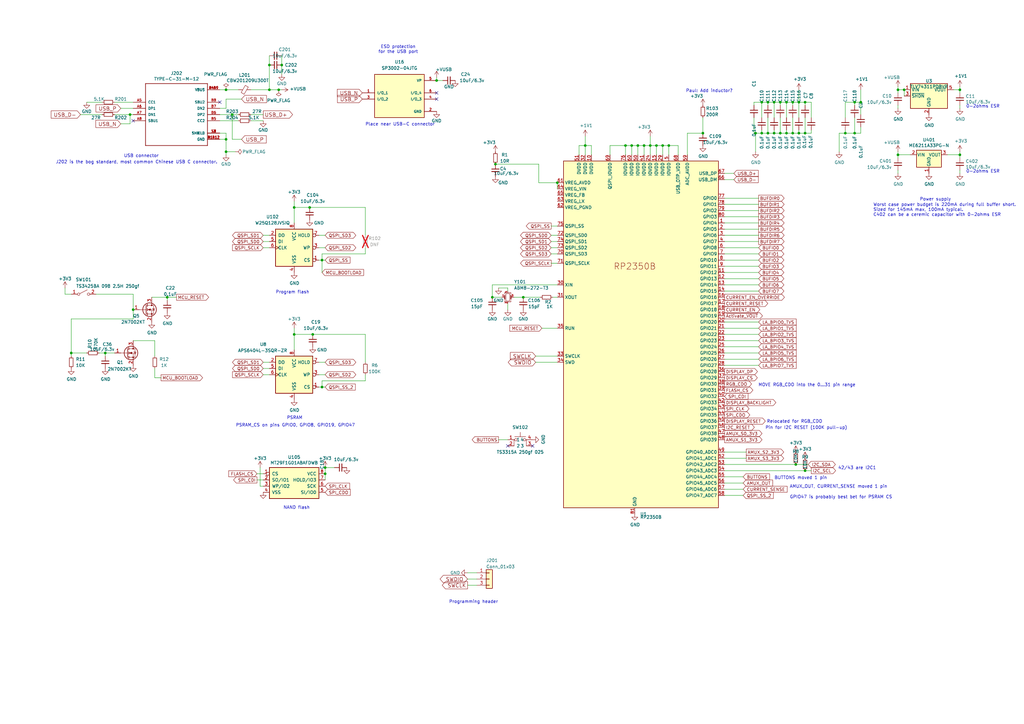
<source format=kicad_sch>
(kicad_sch (version 20231120) (generator "eeschema") (generator_version "8.0")
  (paper "A3")
  (junction (at 132.08 106.68))
  (junction (at 353.06 41.91))
  (junction (at 259.08 59.69))
  (junction (at 325.12 41.91))
  (junction (at 133.35 191.77))
  (junction (at 29.21 144.78))
  (junction (at 309.88 54.61))
  (junction (at 203.2 67.31))
  (junction (at 240.03 59.69))
  (junction (at 201.93 121.92))
  (junction (at 327.66 54.61))
  (junction (at 261.62 59.69))
  (junction (at 312.42 54.61))
  (junction (at 132.08 158.75))
  (junction (at 214.63 121.92))
  (junction (at 127 85.09))
  (junction (at 368.3 36.83))
  (junction (at 115.57 26.67))
  (junction (at 256.54 59.69))
  (junction (at 228.6 74.93))
  (junction (at 314.96 54.61))
  (junction (at 43.18 144.78))
  (junction (at 120.65 137.16))
  (junction (at 327.66 41.91))
  (junction (at 325.12 54.61))
  (junction (at 326.39 190.5))
  (junction (at 330.2 41.91))
  (junction (at 110.49 26.67))
  (junction (at 370.84 36.83))
  (junction (at 393.7 36.83))
  (junction (at 95.25 46.99))
  (junction (at 128.27 137.16))
  (junction (at 346.71 54.61))
  (junction (at 330.2 54.61))
  (junction (at 330.2 193.04))
  (junction (at 110.49 36.83))
  (junction (at 368.3 63.5))
  (junction (at 322.58 54.61))
  (junction (at 266.7 59.69))
  (junction (at 68.58 121.92))
  (junction (at 320.04 54.61))
  (junction (at 288.29 54.61))
  (junction (at 114.3 36.83))
  (junction (at 120.65 85.09))
  (junction (at 179.07 33.02))
  (junction (at 312.42 41.91))
  (junction (at 317.5 54.61))
  (junction (at 264.16 59.69))
  (junction (at 53.34 46.99))
  (junction (at 322.58 41.91))
  (junction (at 393.7 63.5))
  (junction (at 350.52 54.61))
  (junction (at 350.52 41.91))
  (junction (at 92.71 36.83))
  (junction (at 274.32 59.69))
  (junction (at 133.35 194.31))
  (junction (at 271.78 59.69))
  (junction (at 320.04 41.91))
  (junction (at 92.71 57.15))
  (junction (at 317.5 41.91))
  (junction (at 92.71 62.23))
  (junction (at 269.24 59.69))
  (junction (at 314.96 41.91))
  (junction (at 54.61 127))
  (no_connect (at 90.17 41.91))
  (no_connect (at 54.61 49.53))
  (no_connect (at 208.28 182.88))
  (no_connect (at 218.44 182.88))
  (no_connect (at 179.07 38.1))
  (no_connect (at 179.07 40.64))
  (wire (pts (xy 297.18 99.06) (xy 311.15 99.06)))
  (wire (pts (xy 271.78 59.69) (xy 274.32 59.69)))
  (wire (pts (xy 317.5 54.61) (xy 314.96 54.61)))
  (wire (pts (xy 29.21 146.05) (xy 29.21 144.78)))
  (wire (pts (xy 29.21 144.78) (xy 35.56 144.78)))
  (wire (pts (xy 228.6 99.06) (xy 226.06 99.06)))
  (wire (pts (xy 95.25 57.15) (xy 99.06 57.15)))
  (wire (pts (xy 40.64 144.78) (xy 43.18 144.78)))
  (wire (pts (xy 332.74 41.91) (xy 330.2 41.91)))
  (wire (pts (xy 29.21 120.65) (xy 26.67 120.65)))
  (wire (pts (xy 228.6 104.14) (xy 226.06 104.14)))
  (wire (pts (xy 281.94 54.61) (xy 281.94 63.5)))
  (wire (pts (xy 266.7 59.69) (xy 266.7 63.5)))
  (wire (pts (xy 219.71 148.59) (xy 228.6 148.59)))
  (wire (pts (xy 68.58 123.19) (xy 68.58 121.92)))
  (wire (pts (xy 191.77 240.03) (xy 195.58 240.03)))
  (wire (pts (xy 317.5 48.26) (xy 317.5 41.91)))
  (wire (pts (xy 90.17 57.15) (xy 92.71 57.15)))
  (wire (pts (xy 149.86 85.09) (xy 127 85.09)))
  (wire (pts (xy 309.245 54.61) (xy 309.88 54.61)))
  (wire (pts (xy 393.7 36.83) (xy 393.7 38.1)))
  (wire (pts (xy 102.87 49.53) (xy 107.95 49.53)))
  (wire (pts (xy 312.42 54.61) (xy 309.88 54.61)))
  (wire (pts (xy 92.71 62.23) (xy 92.71 63.5)))
  (wire (pts (xy 115.57 26.67) (xy 115.57 30.48)))
  (wire (pts (xy 149.86 104.14) (xy 149.86 101.6)))
  (wire (pts (xy 228.6 146.05) (xy 219.71 146.05)))
  (wire (pts (xy 393.7 35.56) (xy 393.7 36.83)))
  (wire (pts (xy 54.61 41.91) (xy 46.99 41.91)))
  (wire (pts (xy 132.08 106.68) (xy 130.81 106.68)))
  (wire (pts (xy 370.84 36.83) (xy 370.84 39.37)))
  (wire (pts (xy 306.07 187.96) (xy 297.18 187.96)))
  (wire (pts (xy 297.18 119.38) (xy 311.15 119.38)))
  (wire (pts (xy 327.66 54.61) (xy 330.2 54.61)))
  (wire (pts (xy 120.65 85.09) (xy 120.65 82.55)))
  (wire (pts (xy 92.71 54.61) (xy 92.71 57.15)))
  (wire (pts (xy 110.49 151.13) (xy 107.95 151.13)))
  (wire (pts (xy 221.615 121.92) (xy 214.63 121.92)))
  (wire (pts (xy 26.67 120.65) (xy 26.67 118.11)))
  (wire (pts (xy 120.65 143.51) (xy 120.65 137.16)))
  (wire (pts (xy 309.245 41.91) (xy 309.245 43.18)))
  (wire (pts (xy 54.61 44.45) (xy 49.53 44.45)))
  (wire (pts (xy 297.18 195.58) (xy 304.8 195.58)))
  (wire (pts (xy 311.15 81.28) (xy 297.18 81.28)))
  (wire (pts (xy 368.3 43.18) (xy 368.3 44.45)))
  (wire (pts (xy 204.47 180.34) (xy 208.28 180.34)))
  (wire (pts (xy 269.24 59.69) (xy 271.78 59.69)))
  (wire (pts (xy 99.06 40.64) (xy 92.71 40.64)))
  (wire (pts (xy 393.7 63.5) (xy 393.7 64.77)))
  (wire (pts (xy 312.42 41.91) (xy 309.245 41.91)))
  (wire (pts (xy 133.35 106.68) (xy 132.08 106.68)))
  (wire (pts (xy 29.21 130.81) (xy 54.61 130.81)))
  (wire (pts (xy 133.35 194.31) (xy 133.35 196.85)))
  (wire (pts (xy 320.04 48.26) (xy 320.04 54.61)))
  (wire (pts (xy 203.2 67.31) (xy 220.98 67.31)))
  (wire (pts (xy 240.03 55.88) (xy 240.03 59.69)))
  (wire (pts (xy 297.18 88.9) (xy 311.15 88.9)))
  (wire (pts (xy 330.2 48.26) (xy 330.2 54.61)))
  (wire (pts (xy 269.24 59.69) (xy 269.24 63.5)))
  (wire (pts (xy 133.35 148.59) (xy 130.81 148.59)))
  (wire (pts (xy 368.3 62.23) (xy 368.3 63.5)))
  (wire (pts (xy 311.15 147.32) (xy 297.18 147.32)))
  (wire (pts (xy 325.12 43.18) (xy 325.12 41.91)))
  (wire (pts (xy 110.49 99.06) (xy 107.95 99.06)))
  (wire (pts (xy 96.52 62.23) (xy 92.71 62.23)))
  (wire (pts (xy 228.6 74.93) (xy 228.6 77.47)))
  (wire (pts (xy 297.18 198.12) (xy 304.8 198.12)))
  (wire (pts (xy 41.91 41.91) (xy 35.56 41.91)))
  (wire (pts (xy 43.18 144.78) (xy 43.18 146.05)))
  (wire (pts (xy 29.21 144.78) (xy 29.21 130.81)))
  (wire (pts (xy 353.06 36.83) (xy 353.06 41.91)))
  (wire (pts (xy 110.49 153.67) (xy 107.95 153.67)))
  (wire (pts (xy 297.18 83.82) (xy 311.15 83.82)))
  (wire (pts (xy 205.74 121.92) (xy 201.93 121.92)))
  (wire (pts (xy 325.12 41.91) (xy 322.58 41.91)))
  (wire (pts (xy 288.29 48.26) (xy 288.29 54.61)))
  (wire (pts (xy 320.04 54.61) (xy 317.5 54.61)))
  (wire (pts (xy 39.37 120.65) (xy 54.61 120.65)))
  (wire (pts (xy 311.15 144.78) (xy 297.18 144.78)))
  (wire (pts (xy 327.66 41.91) (xy 327.66 36.83)))
  (wire (pts (xy 228.6 101.6) (xy 226.06 101.6)))
  (wire (pts (xy 107.95 199.39) (xy 106.68 199.39)))
  (wire (pts (xy 393.7 62.23) (xy 393.7 63.5)))
  (wire (pts (xy 300.99 71.12) (xy 297.18 71.12)))
  (wire (pts (xy 330.2 43.18) (xy 330.2 41.91)))
  (wire (pts (xy 346.71 41.91) (xy 350.52 41.91)))
  (wire (pts (xy 278.13 59.69) (xy 278.13 63.5)))
  (wire (pts (xy 191.77 237.49) (xy 195.58 237.49)))
  (wire (pts (xy 92.71 44.45) (xy 90.17 44.45)))
  (wire (pts (xy 132.08 156.21) (xy 149.86 156.21)))
  (wire (pts (xy 297.18 116.84) (xy 311.15 116.84)))
  (wire (pts (xy 92.71 40.64) (xy 92.71 44.45)))
  (wire (pts (xy 311.15 142.24) (xy 297.18 142.24)))
  (wire (pts (xy 266.7 59.69) (xy 269.24 59.69)))
  (wire (pts (xy 312.42 53.34) (xy 312.42 54.61)))
  (wire (pts (xy 132.08 158.75) (xy 132.08 156.21)))
  (wire (pts (xy 92.71 36.83) (xy 97.79 36.83)))
  (wire (pts (xy 228.6 116.84) (xy 201.93 116.84)))
  (wire (pts (xy 133.35 191.77) (xy 133.35 194.31)))
  (wire (pts (xy 120.65 91.44) (xy 120.65 85.09)))
  (wire (pts (xy 115.57 22.86) (xy 115.57 26.67)))
  (wire (pts (xy 314.96 54.61) (xy 312.42 54.61)))
  (wire (pts (xy 300.99 73.66) (xy 297.18 73.66)))
  (wire (pts (xy 120.65 137.16) (xy 128.27 137.16)))
  (wire (pts (xy 132.08 106.68) (xy 132.08 104.14)))
  (wire (pts (xy 110.49 36.83) (xy 114.3 36.83)))
  (wire (pts (xy 311.15 149.86) (xy 297.18 149.86)))
  (wire (pts (xy 320.04 41.91) (xy 317.5 41.91)))
  (wire (pts (xy 90.17 54.61) (xy 92.71 54.61)))
  (wire (pts (xy 314.96 41.91) (xy 312.42 41.91)))
  (wire (pts (xy 110.49 26.67) (xy 110.49 36.83)))
  (wire (pts (xy 391.16 36.83) (xy 393.7 36.83)))
  (wire (pts (xy 149.86 96.52) (xy 149.86 85.09)))
  (wire (pts (xy 353.06 41.91) (xy 353.06 46.99)))
  (wire (pts (xy 332.74 48.26) (xy 332.74 41.91)))
  (wire (pts (xy 54.61 120.65) (xy 54.61 127)))
  (wire (pts (xy 346.71 48.26) (xy 346.71 41.91)))
  (wire (pts (xy 311.15 96.52) (xy 297.18 96.52)))
  (wire (pts (xy 228.6 74.93) (xy 220.98 74.93)))
  (wire (pts (xy 149.86 137.16) (xy 128.27 137.16)))
  (wire (pts (xy 179.07 31.75) (xy 179.07 33.02)))
  (wire (pts (xy 97.79 46.99) (xy 95.25 46.99)))
  (wire (pts (xy 133.35 153.67) (xy 130.81 153.67)))
  (wire (pts (xy 228.6 92.71) (xy 226.06 92.71)))
  (wire (pts (xy 110.49 22.86) (xy 110.49 26.67)))
  (wire (pts (xy 330.2 41.91) (xy 327.66 41.91)))
  (wire (pts (xy 297.18 114.3) (xy 311.15 114.3)))
  (wire (pts (xy 350.52 54.61) (xy 353.06 54.61)))
  (wire (pts (xy 62.23 121.92) (xy 68.58 121.92)))
  (wire (pts (xy 314.96 48.26) (xy 314.96 54.61)))
  (wire (pts (xy 312.42 48.26) (xy 312.42 41.91)))
  (wire (pts (xy 322.58 53.34) (xy 322.58 54.61)))
  (wire (pts (xy 137.16 191.77) (xy 133.35 191.77)))
  (wire (pts (xy 368.3 38.1) (xy 368.3 36.83)))
  (wire (pts (xy 368.3 69.85) (xy 368.3 71.12)))
  (wire (pts (xy 68.58 121.92) (xy 72.39 121.92)))
  (wire (pts (xy 191.77 234.95) (xy 195.58 234.95)))
  (wire (pts (xy 327.66 53.34) (xy 327.66 54.61)))
  (wire (pts (xy 297.18 111.76) (xy 311.15 111.76)))
  (wire (pts (xy 102.87 36.83) (xy 110.49 36.83)))
  (wire (pts (xy 311.15 132.08) (xy 297.18 132.08)))
  (wire (pts (xy 220.98 74.93) (xy 220.98 67.31)))
  (wire (pts (xy 317.5 41.91) (xy 314.96 41.91)))
  (wire (pts (xy 331.47 190.5) (xy 326.39 190.5)))
  (wire (pts (xy 250.19 59.69) (xy 256.54 59.69)))
  (wire (pts (xy 297.18 185.42) (xy 306.07 185.42)))
  (wire (pts (xy 54.61 46.99) (xy 53.34 46.99)))
  (wire (pts (xy 304.8 200.66) (xy 297.18 200.66)))
  (wire (pts (xy 250.19 63.5) (xy 250.19 59.69)))
  (wire (pts (xy 327.66 54.61) (xy 325.12 54.61)))
  (wire (pts (xy 266.7 55.88) (xy 266.7 59.69)))
  (wire (pts (xy 132.08 104.14) (xy 149.86 104.14)))
  (wire (pts (xy 311.15 134.62) (xy 297.18 134.62)))
  (wire (pts (xy 222.25 134.62) (xy 228.6 134.62)))
  (wire (pts (xy 311.15 86.36) (xy 297.18 86.36)))
  (wire (pts (xy 110.49 96.52) (xy 107.95 96.52)))
  (wire (pts (xy 102.87 46.99) (xy 107.95 46.99)))
  (wire (pts (xy 314.96 43.18) (xy 314.96 41.91)))
  (wire (pts (xy 281.94 54.61) (xy 288.29 54.61)))
  (wire (pts (xy 311.15 137.16) (xy 297.18 137.16)))
  (wire (pts (xy 325.12 54.61) (xy 322.58 54.61)))
  (wire (pts (xy 264.16 59.69) (xy 264.16 63.5)))
  (wire (pts (xy 90.17 46.99) (xy 95.25 46.99)))
  (wire (pts (xy 297.18 104.14) (xy 311.15 104.14)))
  (wire (pts (xy 242.57 59.69) (xy 242.57 63.5)))
  (wire (pts (xy 370.84 36.83) (xy 368.3 36.83)))
  (wire (pts (xy 228.6 96.52) (xy 226.06 96.52)))
  (wire (pts (xy 350.52 48.26) (xy 350.52 54.61)))
  (wire (pts (xy 344.17 54.61) (xy 344.17 62.23)))
  (wire (pts (xy 63.5 154.94) (xy 66.04 154.94)))
  (wire (pts (xy 120.65 85.09) (xy 127 85.09)))
  (wire (pts (xy 53.34 50.8) (xy 53.34 46.99)))
  (wire (pts (xy 53.34 46.99) (xy 46.99 46.99)))
  (wire (pts (xy 107.95 194.31) (xy 105.41 194.31)))
  (wire (pts (xy 240.03 59.69) (xy 242.57 59.69)))
  (wire (pts (xy 110.49 148.59) (xy 107.95 148.59)))
  (wire (pts (xy 181.61 33.02) (xy 179.07 33.02)))
  (wire (pts (xy 297.18 193.04) (xy 330.2 193.04)))
  (wire (pts (xy 311.15 139.7) (xy 297.18 139.7)))
  (wire (pts (xy 322.58 54.61) (xy 320.04 54.61)))
  (wire (pts (xy 325.12 48.26) (xy 325.12 54.61)))
  (wire (pts (xy 311.15 101.6) (xy 297.18 101.6)))
  (wire (pts (xy 228.6 107.95) (xy 226.06 107.95)))
  (wire (pts (xy 317.5 53.34) (xy 317.5 54.61)))
  (wire (pts (xy 327.66 48.26) (xy 327.66 41.91)))
  (wire (pts (xy 330.2 193.04) (xy 332.74 193.04)))
  (wire (pts (xy 208.28 124.46) (xy 208.28 127)))
  (wire (pts (xy 350.52 41.91) (xy 350.52 43.18)))
  (wire (pts (xy 309.245 48.26) (xy 309.245 54.61)))
  (wire (pts (xy 41.91 46.99) (xy 33.02 46.99)))
  (wire (pts (xy 149.86 156.21) (xy 149.86 153.67)))
  (wire (pts (xy 149.86 148.59) (xy 149.86 137.16)))
  (wire (pts (xy 133.35 158.75) (xy 132.08 158.75)))
  (wire (pts (xy 261.62 59.69) (xy 264.16 59.69)))
  (wire (pts (xy 261.62 59.69) (xy 261.62 63.5)))
  (wire (pts (xy 368.3 64.77) (xy 368.3 63.5)))
  (wire (pts (xy 105.41 196.85) (xy 107.95 196.85)))
  (wire (pts (xy 346.71 53.34) (xy 346.71 54.61)))
  (wire (pts (xy 332.74 54.61) (xy 332.74 53.34)))
  (wire (pts (xy 322.58 41.91) (xy 320.04 41.91)))
  (wire (pts (xy 208.28 118.11) (xy 208.28 119.38)))
  (wire (pts (xy 43.18 144.78) (xy 46.99 144.78)))
  (wire (pts (xy 95.25 46.99) (xy 95.25 57.15)))
  (wire (pts (xy 322.58 48.26) (xy 322.58 41.91)))
  (wire (pts (xy 90.17 36.83) (xy 92.71 36.83)))
  (wire (pts (xy 271.78 63.5) (xy 271.78 59.69)))
  (wire (pts (xy 256.54 59.69) (xy 256.54 63.5)))
  (wire (pts (xy 311.15 91.44) (xy 297.18 91.44)))
  (wire (pts (xy 259.08 59.69) (xy 261.62 59.69)))
  (wire (pts (xy 133.35 96.52) (xy 130.81 96.52)))
  (wire (pts (xy 90.17 49.53) (xy 97.79 49.53)))
  (wire (pts (xy 368.3 35.56) (xy 368.3 36.83)))
  (wire (pts (xy 63.5 146.05) (xy 63.5 139.7)))
  (wire (pts (xy 297.18 93.98) (xy 311.15 93.98)))
  (wire (pts (xy 274.32 59.69) (xy 274.32 63.5)))
  (wire (pts (xy 54.61 127) (xy 54.61 130.81)))
  (wire (pts (xy 325.12 41.91) (xy 327.66 41.91)))
  (wire (pts (xy 201.93 116.84) (xy 201.93 121.92)))
  (wire (pts (xy 240.03 59.69) (xy 237.49 59.69)))
  (wire (pts (xy 353.06 52.07) (xy 353.06 54.61)))
  (wire (pts (xy 259.08 59.69) (xy 259.08 63.5)))
  (wire (pts (xy 120.65 137.16) (xy 120.65 134.62)))
  (wire (pts (xy 274.32 59.69) (xy 278.13 59.69)))
  (wire (pts (xy 346.71 54.61) (xy 350.52 54.61)))
  (wire (pts (xy 330.2 54.61) (xy 332.74 54.61)))
  (wire (pts (xy 133.35 101.6) (xy 130.81 101.6)))
  (wire (pts (xy 63.5 139.7) (xy 54.61 139.7)))
  (wire (pts (xy 132.08 106.68) (xy 132.08 111.76)))
  (wire (pts (xy 228.6 121.92) (xy 226.695 121.92)))
  (wire (pts (xy 204.47 118.11) (xy 208.28 118.11)))
  (wire (pts (xy 344.17 54.61) (xy 346.71 54.61)))
  (wire (pts (xy 92.71 57.15) (xy 92.71 62.23)))
  (wire (pts (xy 320.04 43.18) (xy 320.04 41.91)))
  (wire (pts (xy 114.3 36.83) (xy 115.57 36.83)))
  (wire (pts (xy 237.49 59.69) (xy 237.49 63.5)))
  (wire (pts (xy 393.7 43.18) (xy 393.7 44.45)))
  (wire (pts (xy 264.16 59.69) (xy 266.7 59.69)))
  (wire (pts (xy 210.82 121.92) (xy 214.63 121.92)))
  (wire (pts (xy 256.54 59.69) (xy 259.08 59.69)))
  (wire (pts (xy 304.8 203.2) (xy 297.18 203.2)))
  (wire (pts (xy 110.49 101.6) (xy 107.95 101.6)))
  (wire (pts (xy 311.15 106.68) (xy 297.18 106.68)))
  (wire (pts (xy 353.06 41.91) (xy 350.52 41.91)))
  (wire (pts (xy 388.62 63.5) (xy 393.7 63.5)))
  (wire (pts (xy 132.08 158.75) (xy 130.81 158.75)))
  (wire (pts (xy 393.7 69.85) (xy 393.7 71.12)))
  (wire (pts (xy 63.5 151.13) (xy 63.5 154.94)))
  (wire (pts (xy 49.53 50.8) (xy 53.34 50.8)))
  (wire (pts (xy 106.68 199.39) (xy 106.68 191.77)))
  (wire (pts (xy 326.39 190.5) (xy 297.18 190.5)))
  (wire (pts (xy 373.38 63.5) (xy 368.3 63.5)))
  (wire (pts (xy 297.18 109.22) (xy 311.15 109.22)))
  (wire (pts (xy 240.03 59.69) (xy 240.03 63.5)))
  (wire (pts (xy 309.88 54.61) (xy 309.88 62.23)))
  (text "42/43 are I2C1" (at 351.536 192.024 0) (effects (font (size 1.27 1.27))))
  (text "PSRAM\n" (at 117.602 172.212 0) (effects (font (size 1.27 1.27)) (justify left bottom)))
  (text "GPIO47 is probably best bet for PSRAM CS\n" (at 344.932 203.962 0) (effects (font (size 1.27 1.27))))
  (text "USB connector" (at 50.8 64.77 0) (effects (font (size 1.27 1.27)) (justify left bottom)))
  (text "NAND flash\n" (at 121.666 208.28 0) (effects (font (size 1.27 1.27))))
  (text "Pin for I2C RESET (100K pull-up)\n" (at 330.708 175.514 0) (effects (font (size 1.27 1.27))))
  (text "Place near USB-C connector" (at 164.084 51.054 0) (effects (font (size 1.27 1.27))))
  (text "Power supply" (at 377.19 82.55 0) (effects (font (size 1.27 1.27)) (justify left bottom)))
  (text "ESD protection\nfor the USB port" (at 163.322 20.32 0) (effects (font (size 1.27 1.27))))
  (text "AMUX_OUT, CURRENT_SENSE moved 1 pin" (at 343.916 199.644 0) (effects (font (size 1.27 1.27))))
  (text "MOVE RGB_CDO into the 0...31 pin range\n" (at 330.962 157.988 0) (effects (font (size 1.27 1.27))))
  (text "J202 is the bog standard, most common Chinese USB C connector." (at 22.86 67.31 0) (effects (font (size 1.27 1.27)) (justify left bottom)))
  (text "Program flash" (at 113.03 120.65 0) (effects (font (size 1.27 1.27)) (justify left bottom)))
  (text "Relocated for RGB_CDO" (at 325.882 172.974 0) (effects (font (size 1.27 1.27))))
  (text "Worst case power budget is 220mA during full buffer short.\nSized for 145mA max, 100mA typical.\nC402 can be a ceremic capacitor with 0-2ohms ESR" (at 358.14 88.9 0) (effects (font (size 1.27 1.27)) (justify left bottom)))
  (text "Paul: Add inductor?" (at 281.305 38.1 0) (effects (font (size 1.27 1.27)) (justify left bottom)))
  (text "PSRAM_CS on pins GPIO0, GPIO8, GPIO19, GPIO47" (at 121.158 174.498 0) (effects (font (size 1.27 1.27))))
  (text "Programming header" (at 184.15 247.65 0) (effects (font (size 1.27 1.27)) (justify left bottom)))
  (text "0-2ohms ESR\n" (at 396.24 71.12 0) (effects (font (size 1.27 1.27)) (justify left bottom)))
  (text "0-2ohms ESR\n" (at 396.24 44.45 0) (effects (font (size 1.27 1.27)) (justify left bottom)))
  (text "BUTTONS moved 1 pin\n" (at 328.422 196.088 0) (effects (font (size 1.27 1.27))))
  (global_label "BUFIO3" (shape bidirectional) (at 311.15 109.22 0) (property "Intersheetrefs" "${INTERSHEET_REFS}" (effects (hide yes))))
  (global_label "BUFDIR3" (shape output) (at 311.15 88.9 0) (property "Intersheetrefs" "${INTERSHEET_REFS}" (effects (hide yes))))
  (global_label "DISPLAY_RESET" (shape output) (at 297.18 172.72 0) (property "Intersheetrefs" "${INTERSHEET_REFS}" (effects (hide yes))))
  (global_label "BUFIO1" (shape bidirectional) (at 311.15 104.14 0) (property "Intersheetrefs" "${INTERSHEET_REFS}" (effects (hide yes))))
  (global_label "LA_BPIO4_TVS" (shape input) (at 311.15 142.24 0) (property "Intersheetrefs" "${INTERSHEET_REFS}" (effects (hide yes))))
  (global_label "QSPI_SD3" (shape bidirectional) (at 226.06 104.14 180) (property "Intersheetrefs" "${INTERSHEET_REFS}" (effects (hide yes))))
  (global_label "SWDIO" (shape bidirectional) (at 219.71 148.59 180) (effects (font (size 1.524 1.524))) (property "Intersheetrefs" "${INTERSHEET_REFS}" (effects (hide yes))))
  (global_label "QSPI_SCLK" (shape input) (at 107.95 101.6 180) (property "Intersheetrefs" "${INTERSHEET_REFS}" (effects (hide yes))))
  (global_label "SPI_CDO" (shape input) (at 133.35 201.93 0) (property "Intersheetrefs" "${INTERSHEET_REFS}" (effects (hide yes))))
  (global_label "QSPI_SS" (shape input) (at 133.35 106.68 0) (property "Intersheetrefs" "${INTERSHEET_REFS}" (effects (hide yes))))
  (global_label "AMUX_S1_3V3" (shape output) (at 297.18 180.34 0) (property "Intersheetrefs" "${INTERSHEET_REFS}" (effects (hide yes))))
  (global_label "SPI_CDI" (shape output) (at 105.41 196.85 180) (property "Intersheetrefs" "${INTERSHEET_REFS}" (effects (hide yes))))
  (global_label "FLASH_CS" (shape input) (at 105.41 194.31 180) (property "Intersheetrefs" "${INTERSHEET_REFS}" (effects (hide yes))))
  (global_label "RGB_CDO" (shape output) (at 297.18 157.48 0) (property "Intersheetrefs" "${INTERSHEET_REFS}" (effects (hide yes))))
  (global_label "I2C_SDA" (shape bidirectional) (at 331.47 190.5 0) (property "Intersheetrefs" "${INTERSHEET_REFS}" (effects (hide yes))))
  (global_label "AMUX_S0_3V3" (shape output) (at 297.18 177.8 0) (property "Intersheetrefs" "${INTERSHEET_REFS}" (effects (hide yes))))
  (global_label "MCU_RESET" (shape input) (at 222.25 134.62 180) (property "Intersheetrefs" "${INTERSHEET_REFS}" (effects (hide yes))))
  (global_label "USB_N" (shape input) (at 49.53 50.8 180) (effects (font (size 1.524 1.524))) (property "Intersheetrefs" "${INTERSHEET_REFS}" (effects (hide yes))))
  (global_label "USB_P" (shape input) (at 49.53 44.45 180) (effects (font (size 1.524 1.524))) (property "Intersheetrefs" "${INTERSHEET_REFS}" (effects (hide yes))))
  (global_label "LA_BPIO6_TVS" (shape input) (at 311.15 147.32 0) (property "Intersheetrefs" "${INTERSHEET_REFS}" (effects (hide yes))))
  (global_label "SWCLK" (shape output) (at 191.77 240.03 180) (effects (font (size 1.524 1.524))) (property "Intersheetrefs" "${INTERSHEET_REFS}" (effects (hide yes))))
  (global_label "~{Activate_VOUT}" (shape output) (at 297.18 129.54 0) (property "Intersheetrefs" "${INTERSHEET_REFS}" (effects (hide yes))))
  (global_label "QSPI_SD1" (shape bidirectional) (at 107.95 148.59 180) (property "Intersheetrefs" "${INTERSHEET_REFS}" (effects (hide yes))))
  (global_label "CURRENT_EN" (shape output) (at 297.18 127 0) (property "Intersheetrefs" "${INTERSHEET_REFS}" (effects (hide yes))))
  (global_label "CURRENT_SENSE" (shape input) (at 304.8 200.66 0) (property "Intersheetrefs" "${INTERSHEET_REFS}" (effects (hide yes))))
  (global_label "QSPI_SS_2" (shape input) (at 133.35 158.75 0) (property "Intersheetrefs" "${INTERSHEET_REFS}" (effects (hide yes))))
  (global_label "QSPI_SCLK" (shape output) (at 226.06 107.95 180) (property "Intersheetrefs" "${INTERSHEET_REFS}" (effects (hide yes))))
  (global_label "DISPLAY_BACKLIGHT" (shape output) (at 297.18 165.1 0) (property "Intersheetrefs" "${INTERSHEET_REFS}" (effects (hide yes))))
  (global_label "BUTTONS" (shape input) (at 304.8 195.58 0) (property "Intersheetrefs" "${INTERSHEET_REFS}" (effects (hide yes))))
  (global_label "CURRENT_EN_OVERRIDE" (shape output) (at 297.18 121.92 0) (property "Intersheetrefs" "${INTERSHEET_REFS}" (effects (hide yes))))
  (global_label "I2C_SCL" (shape output) (at 332.74 193.04 0) (property "Intersheetrefs" "${INTERSHEET_REFS}" (effects (hide yes))))
  (global_label "BUFDIR1" (shape output) (at 311.15 83.82 0) (property "Intersheetrefs" "${INTERSHEET_REFS}" (effects (hide yes))))
  (global_label "BUFIO7" (shape bidirectional) (at 311.15 119.38 0) (property "Intersheetrefs" "${INTERSHEET_REFS}" (effects (hide yes))))
  (global_label "LA_BPIO3_TVS" (shape input) (at 311.15 139.7 0) (property "Intersheetrefs" "${INTERSHEET_REFS}" (effects (hide yes))))
  (global_label "LA_BPIO2_TVS" (shape input) (at 311.15 137.16 0) (property "Intersheetrefs" "${INTERSHEET_REFS}" (effects (hide yes))))
  (global_label "QSPI_SD2" (shape bidirectional) (at 133.35 153.67 0) (property "Intersheetrefs" "${INTERSHEET_REFS}" (effects (hide yes))))
  (global_label "CURRENT_RESET" (shape output) (at 297.18 124.46 0) (property "Intersheetrefs" "${INTERSHEET_REFS}" (effects (hide yes))))
  (global_label "QSPI_SD3" (shape bidirectional) (at 133.35 148.59 0) (property "Intersheetrefs" "${INTERSHEET_REFS}" (effects (hide yes))))
  (global_label "AMUX_OUT" (shape input) (at 304.8 198.12 0) (property "Intersheetrefs" "${INTERSHEET_REFS}" (effects (hide yes))))
  (global_label "QSPI_SD2" (shape bidirectional) (at 133.35 101.6 0) (property "Intersheetrefs" "${INTERSHEET_REFS}" (effects (hide yes))))
  (global_label "BUFDIR0" (shape output) (at 311.15 81.28 0) (property "Intersheetrefs" "${INTERSHEET_REFS}" (effects (hide yes))))
  (global_label "USB_N" (shape input) (at 148.59 38.1 180) (effects (font (size 1.524 1.524))) (property "Intersheetrefs" "${INTERSHEET_REFS}" (effects (hide yes))))
  (global_label "SPI_CLK" (shape output) (at 297.18 167.64 0) (property "Intersheetrefs" "${INTERSHEET_REFS}" (effects (hide yes))))
  (global_label "MCU_RESET" (shape output) (at 72.39 121.92 0) (property "Intersheetrefs" "${INTERSHEET_REFS}" (effects (hide yes))))
  (global_label "BUFIO6" (shape bidirectional) (at 311.15 116.84 0) (property "Intersheetrefs" "${INTERSHEET_REFS}" (effects (hide yes))))
  (global_label "BUTTONS" (shape output) (at 204.47 180.34 180) (property "Intersheetrefs" "${INTERSHEET_REFS}" (effects (hide yes))))
  (global_label "QSPI_SS" (shape output) (at 226.06 92.71 180) (property "Intersheetrefs" "${INTERSHEET_REFS}" (effects (hide yes))))
  (global_label "SPI_CDI" (shape input) (at 297.18 162.56 0) (property "Intersheetrefs" "${INTERSHEET_REFS}" (effects (hide yes))))
  (global_label "SWCLK" (shape input) (at 219.71 146.05 180) (effects (font (size 1.524 1.524))) (property "Intersheetrefs" "${INTERSHEET_REFS}" (effects (hide yes))))
  (global_label "QSPI_SD1" (shape bidirectional) (at 107.95 96.52 180) (property "Intersheetrefs" "${INTERSHEET_REFS}" (effects (hide yes))))
  (global_label "LA_BPIO1_TVS" (shape input) (at 311.15 134.62 0) (property "Intersheetrefs" "${INTERSHEET_REFS}" (effects (hide yes))))
  (global_label "QSPI_SD0" (shape bidirectional) (at 107.95 151.13 180) (property "Intersheetrefs" "${INTERSHEET_REFS}" (effects (hide yes))))
  (global_label "DISPLAY_CS" (shape output) (at 297.18 154.94 0) (property "Intersheetrefs" "${INTERSHEET_REFS}" (effects (hide yes))))
  (global_label "USB_D-" (shape input) (at 33.02 46.99 180) (effects (font (size 1.524 1.524))) (property "Intersheetrefs" "${INTERSHEET_REFS}" (effects (hide yes))))
  (global_label "QSPI_SD2" (shape bidirectional) (at 226.06 101.6 180) (property "Intersheetrefs" "${INTERSHEET_REFS}" (effects (hide yes))))
  (global_label "LA_BPIO0_TVS" (shape input) (at 311.15 132.08 0) (property "Intersheetrefs" "${INTERSHEET_REFS}" (effects (hide yes))))
  (global_label "USB_D+" (shape input) (at 300.99 71.12 0) (property "Intersheetrefs" "${INTERSHEET_REFS}" (effects (hide yes))))
  (global_label "BUFDIR2" (shape output) (at 311.15 86.36 0) (property "Intersheetrefs" "${INTERSHEET_REFS}" (effects (hide yes))))
  (global_label "SPI_CLK" (shape input) (at 133.35 199.39 0) (property "Intersheetrefs" "${INTERSHEET_REFS}" (effects (hide yes))))
  (global_label "DISPLAY_DP" (shape output) (at 297.18 152.4 0) (property "Intersheetrefs" "${INTERSHEET_REFS}" (effects (hide yes))))
  (global_label "USB_P" (shape input) (at 148.59 40.64 180) (effects (font (size 1.524 1.524))) (property "Intersheetrefs" "${INTERSHEET_REFS}" (effects (hide yes))))
  (global_label "QSPI_SD1" (shape bidirectional) (at 226.06 99.06 180) (property "Intersheetrefs" "${INTERSHEET_REFS}" (effects (hide yes))))
  (global_label "LA_BPIO7_TVS" (shape input) (at 311.15 149.86 0) (property "Intersheetrefs" "${INTERSHEET_REFS}" (effects (hide yes))))
  (global_label "BUFDIR6" (shape output) (at 311.15 96.52 0) (property "Intersheetrefs" "${INTERSHEET_REFS}" (effects (hide yes))))
  (global_label "I2C_RESET" (shape output) (at 297.18 175.26 0) (property "Intersheetrefs" "${INTERSHEET_REFS}" (effects (hide yes))))
  (global_label "QSPI_SD0" (shape bidirectional) (at 226.06 96.52 180) (property "Intersheetrefs" "${INTERSHEET_REFS}" (effects (hide yes))))
  (global_label "MCU_BOOTLOAD" (shape output) (at 66.04 154.94 0) (property "Intersheetrefs" "${INTERSHEET_REFS}" (effects (hide yes))))
  (global_label "USB_P" (shape input) (at 99.06 57.15 0) (effects (font (size 1.524 1.524))) (property "Intersheetrefs" "${INTERSHEET_REFS}" (effects (hide yes))))
  (global_label "QSPI_SS_2" (shape input) (at 304.8 203.2 0) (property "Intersheetrefs" "${INTERSHEET_REFS}" (effects (hide yes))))
  (global_label "MCU_BOOTLOAD" (shape input) (at 132.08 111.76 0) (property "Intersheetrefs" "${INTERSHEET_REFS}" (effects (hide yes))))
  (global_label "USB_N" (shape input) (at 99.06 40.64 0) (effects (font (size 1.524 1.524))) (property "Intersheetrefs" "${INTERSHEET_REFS}" (effects (hide yes))))
  (global_label "QSPI_SCLK" (shape input) (at 107.95 153.67 180) (property "Intersheetrefs" "${INTERSHEET_REFS}" (effects (hide yes))))
  (global_label "BUFIO4" (shape bidirectional) (at 311.15 111.76 0) (property "Intersheetrefs" "${INTERSHEET_REFS}" (effects (hide yes))))
  (global_label "QSPI_SD3" (shape bidirectional) (at 133.35 96.52 0) (property "Intersheetrefs" "${INTERSHEET_REFS}" (effects (hide yes))))
  (global_label "LA_BPIO5_TVS" (shape input) (at 311.15 144.78 0) (property "Intersheetrefs" "${INTERSHEET_REFS}" (effects (hide yes))))
  (global_label "BUFIO0" (shape bidirectional) (at 311.15 101.6 0) (property "Intersheetrefs" "${INTERSHEET_REFS}" (effects (hide yes))))
  (global_label "SWDIO" (shape bidirectional) (at 191.77 237.49 180) (effects (font (size 1.524 1.524))) (property "Intersheetrefs" "${INTERSHEET_REFS}" (effects (hide yes))))
  (global_label "BUFDIR4" (shape output) (at 311.15 91.44 0) (property "Intersheetrefs" "${INTERSHEET_REFS}" (effects (hide yes))))
  (global_label "BUFDIR5" (shape output) (at 311.15 93.98 0) (property "Intersheetrefs" "${INTERSHEET_REFS}" (effects (hide yes))))
  (global_label "BUFDIR7" (shape output) (at 311.15 99.06 0) (property "Intersheetrefs" "${INTERSHEET_REFS}" (effects (hide yes))))
  (global_label "USB_D+" (shape output) (at 107.95 46.99 0) (effects (font (size 1.524 1.524))) (property "Intersheetrefs" "${INTERSHEET_REFS}" (effects (hide yes))))
  (global_label "BUFIO5" (shape bidirectional) (at 311.15 114.3 0) (property "Intersheetrefs" "${INTERSHEET_REFS}" (effects (hide yes))))
  (global_label "BUFIO2" (shape bidirectional) (at 311.15 106.68 0) (property "Intersheetrefs" "${INTERSHEET_REFS}" (effects (hide yes))))
  (global_label "QSPI_SD0" (shape bidirectional) (at 107.95 99.06 180) (property "Intersheetrefs" "${INTERSHEET_REFS}" (effects (hide yes))))
  (global_label "SPI_CDO" (shape output) (at 297.18 170.18 0) (property "Intersheetrefs" "${INTERSHEET_REFS}" (effects (hide yes))))
  (global_label "USB_D-" (shape input) (at 300.99 73.66 0) (property "Intersheetrefs" "${INTERSHEET_REFS}" (effects (hide yes))))
  (global_label "FLASH_CS" (shape output) (at 297.18 160.02 0) (property "Intersheetrefs" "${INTERSHEET_REFS}" (effects (hide yes))))
  (global_label "AMUX_S3_3V3" (shape output) (at 306.07 187.96 0) (property "Intersheetrefs" "${INTERSHEET_REFS}" (effects (hide yes))))
  (global_label "AMUX_S2_3V3" (shape output) (at 306.07 185.42 0) (property "Intersheetrefs" "${INTERSHEET_REFS}" (effects (hide yes))))
  (symbol (lib_id "Device:C_Small") (at 368.3 67.31 0) (unit 1)
    (property "Reference" "C401" (at 365.76 66.04 0) (effects (justify right)))
    (property "Value" "10uF/6.3v" (at 365.76 68.58 0) (effects (justify right)))
    (property "Footprint" "Capacitor_SMD:C_0402_1005Metric" (effects (hide yes)))
    (property "Description" "CL05A106MQ5NUN" (effects (hide yes)))
    (property "RMB" "0.037726" (effects (hide yes)))
    (property "Supplier" "https://item.szlcsc.com/1877.html" (effects (hide yes)))
    (property "MANUFACTURER" "Samsung" (effects (hide yes)))
  )
  (symbol (lib_id "Device:C_Small") (at 393.7 67.31 0) (unit 1)
    (property "Reference" "C402" (at 396.0368 66.1416 0) (effects (justify left)))
    (property "Value" "10uF/6.3v" (at 396.0368 68.453 0) (effects (justify left)))
    (property "Footprint" "Capacitor_SMD:C_0402_1005Metric" (effects (hide yes)))
    (property "Description" "CL05A106MQ5NUN" (effects (hide yes)))
    (property "RMB" "0.043101" (effects (hide yes)))
    (property "Supplier" "https://item.szlcsc.com/108589.html" (effects (hide yes)))
    (property "MANUFACTURER" "Samsung" (effects (hide yes)))
  )
  (symbol (lib_id "power:GND") (at 381 71.12 0) (unit 1)
    (property "Reference" "#PWR0403" (effects (hide yes)))
    (property "Value" "GND" (at 381.127 75.5142 0))
  )
  (symbol (lib_id "power:GND") (at 368.3 71.12 0) (unit 1)
    (property "Reference" "#PWR0402" (effects (hide yes)))
    (property "Value" "GND" (at 368.427 75.5142 0))
  )
  (symbol (lib_id "power:GND") (at 393.7 71.12 0) (unit 1)
    (property "Reference" "#PWR0405" (effects (hide yes)))
    (property "Value" "GND" (at 393.827 75.5142 0))
  )
  (symbol (lib_id "power:+3V3") (at 393.7 62.23 0) (unit 1)
    (property "Reference" "#PWR0404" (effects (hide yes)))
    (property "Value" "+3V3" (at 394.081 57.8358 0))
  )
  (symbol (lib_id "kicad5-device:Ferrite_Bead_Small") (at 100.33 36.83 270) (unit 1)
    (property "Reference" "L201" (at 100.33 30.8102 90))
    (property "Value" "CBW201209U300T" (at 101.6 33.02 90))
    (property "Footprint" "Inductor_SMD:L_0805_2012Metric" (effects (hide yes)))
    (property "RMB" "0.175802	0.175802" (effects (hide yes)))
    (property "Supplier" "https://item.szlcsc.com/263551.html" (effects (hide yes)))
  )
  (symbol (lib_id "power:GND") (at 115.57 30.48 0) (unit 1)
    (property "Reference" "#PWR0205" (effects (hide yes)))
    (property "Value" "GND" (at 115.57 34.29 0))
  )
  (symbol (lib_id "Device:R_Small") (at 44.45 41.91 90) (mirror x) (unit 1)
    (property "Reference" "R201" (at 49.53 40.64 90))
    (property "Value" "5.1K" (at 40.64 40.64 90))
    (property "Footprint" "Resistor_SMD:R_0402_1005Metric" (effects (hide yes)))
    (property "RMB" "0.0065" (effects (hide yes)))
    (property "Supplier" "https://item.szlcsc.com/107087.html" (effects (hide yes)))
  )
  (symbol (lib_id "Device:R_Small") (at 100.33 49.53 270) (unit 1)
    (property "Reference" "R204" (at 95.25 48.26 90))
    (property "Value" "5.1K" (at 104.14 48.26 90))
    (property "Footprint" "Resistor_SMD:R_0402_1005Metric" (effects (hide yes)))
    (property "RMB" "0.0065" (effects (hide yes)))
    (property "Supplier" "https://item.szlcsc.com/107087.html" (effects (hide yes)))
  )
  (symbol (lib_id "power:GND") (at 107.95 49.53 0) (unit 1)
    (property "Reference" "#PWR0204" (effects (hide yes)))
    (property "Value" "GND" (at 107.95 53.34 0))
  )
  (symbol (lib_id "Device:R_Small") (at 44.45 46.99 90) (mirror x) (unit 1)
    (property "Reference" "R202" (at 49.53 48.26 90))
    (property "Value" "27R" (at 39.37 48.26 90))
    (property "Footprint" "Resistor_SMD:R_0402_1005Metric" (effects (hide yes)))
    (property "RMB" "0.006505" (effects (hide yes)))
    (property "Supplier" "https://item.szlcsc.com/116009.html" (effects (hide yes)))
  )
  (symbol (lib_id "power:GND") (at 92.71 63.5 0) (unit 1)
    (property "Reference" "#PWR0203" (effects (hide yes)))
    (property "Value" "GND" (at 92.71 67.31 0))
  )
  (symbol (lib_id "power:GND") (at 191.77 234.95 270) (unit 1)
    (property "Reference" "#PWR0202" (effects (hide yes)))
    (property "Value" "GND" (at 186.69 234.95 90))
  )
  (symbol (lib_id "dp-power:+VUSB") (at 368.3 62.23 0) (unit 1)
    (property "Reference" "#PWR0401" (effects (hide yes)))
    (property "Value" "+VUSB" (at 365.76 58.42 0))
  )
  (symbol (lib_id "dp-power:+VUSB") (at 115.57 36.83 270) (unit 1)
    (property "Reference" "#PWR0206" (effects (hide yes)))
    (property "Value" "+VUSB" (at 118.8212 36.449 90) (effects (justify left)))
  )
  (symbol (lib_id "power:PWR_FLAG") (at 92.71 36.83 0) (unit 1)
    (property "Reference" "#FLG0201" (effects (hide yes)))
    (property "Value" "PWR_FLAG" (at 88.392 30.48 0))
  )
  (symbol (lib_id "power:GND") (at 35.56 41.91 0) (unit 1)
    (property "Reference" "#PWR0201" (effects (hide yes)))
    (property "Value" "GND" (at 35.56 45.72 0))
  )
  (symbol (lib_id "power:PWR_FLAG") (at 114.3 36.83 180) (unit 1)
    (property "Reference" "#FLG0203" (effects (hide yes)))
    (property "Value" "PWR_FLAG" (at 114.3 41.2242 0))
  )
  (symbol (lib_id "power:PWR_FLAG") (at 96.52 62.23 270) (unit 1)
    (property "Reference" "#FLG0202" (effects (hide yes)))
    (property "Value" "PWR_FLAG" (at 104.14 62.23 90))
  )
  (symbol (lib_id "power:GND") (at 120.65 111.76 0) (unit 1)
    (property "Reference" "#PWR0105" (effects (hide yes)))
    (property "Value" "GND" (at 120.777 116.1542 0))
  )
  (symbol (lib_id "power:+3V3") (at 120.65 82.55 0) (unit 1)
    (property "Reference" "#PWR0104" (effects (hide yes)))
    (property "Value" "+3V3" (at 120.65 78.74 0))
  )
  (symbol (lib_id "power:GND") (at 214.63 127 0) (unit 1)
    (property "Reference" "#PWR0114" (effects (hide yes)))
    (property "Value" "GND" (at 214.63 130.81 0))
  )
  (symbol (lib_id "Device:C_Small") (at 214.63 124.46 0) (unit 1)
    (property "Reference" "C106" (at 219.075 123.19 0))
    (property "Value" "15pF" (at 219.075 125.73 0))
    (property "Footprint" "Capacitor_SMD:C_0402_1005Metric" (effects (hide yes)))
    (property "RMB" "0.022142" (effects (hide yes)))
    (property "Supplier" "https://item.szlcsc.com/306263.html" (effects (hide yes)))
  )
  (symbol (lib_id "power:GND") (at 201.93 127 0) (unit 1)
    (property "Reference" "#PWR0111" (effects (hide yes)))
    (property "Value" "GND" (at 201.93 130.81 0))
  )
  (symbol (lib_id "Device:C_Small") (at 201.93 124.46 0) (unit 1)
    (property "Reference" "C105" (at 195.58 123.19 0))
    (property "Value" "15pF" (at 195.58 125.73 0))
    (property "Footprint" "Capacitor_SMD:C_0402_1005Metric" (effects (hide yes)))
    (property "RMB" "0.022142" (effects (hide yes)))
    (property "Supplier" "https://item.szlcsc.com/306263.html" (effects (hide yes)))
  )
  (symbol (lib_id "Device:R_Small") (at 100.33 46.99 270) (mirror x) (unit 1)
    (property "Reference" "R203" (at 95.25 45.72 90))
    (property "Value" "27R" (at 105.41 45.72 90))
    (property "Footprint" "Resistor_SMD:R_0402_1005Metric" (effects (hide yes)))
    (property "RMB" "0.006505" (effects (hide yes)))
    (property "Supplier" "https://item.szlcsc.com/116009.html" (effects (hide yes)))
  )
  (symbol (lib_id "Device:C_Small") (at 312.42 50.8 0) (unit 1)
    (property "Reference" "C110" (at 312.42 39.37 90))
    (property "Value" "0.1uF" (at 312.42 58.42 90))
    (property "Footprint" "Capacitor_SMD:C_0402_1005Metric" (effects (hide yes)))
    (property "RMB" "0.00628" (effects (hide yes)))
    (property "Supplier" "https://item.szlcsc.com/1877.html" (effects (hide yes)))
  )
  (symbol (lib_id "Device:C_Small") (at 314.96 45.72 0) (unit 1)
    (property "Reference" "C111" (at 314.96 39.37 90))
    (property "Value" "0.1uF" (at 314.96 58.42 90))
    (property "Footprint" "Capacitor_SMD:C_0402_1005Metric" (effects (hide yes)))
    (property "RMB" "0.00628" (effects (hide yes)))
    (property "Supplier" "https://item.szlcsc.com/1877.html" (effects (hide yes)))
  )
  (symbol (lib_id "power:+3V3") (at 327.66 36.83 0) (unit 1)
    (property "Reference" "#PWR0125" (effects (hide yes)))
    (property "Value" "+3V3" (at 328.041 32.4358 0))
  )
  (symbol (lib_id "power:GND") (at 309.88 62.23 0) (unit 1)
    (property "Reference" "#PWR0124" (effects (hide yes)))
    (property "Value" "GND" (at 310.007 66.6242 0))
  )
  (symbol (lib_id "Device:C_Small") (at 317.5 50.8 0) (unit 1)
    (property "Reference" "C112" (at 317.5 39.37 90))
    (property "Value" "0.1uF" (at 317.5 58.42 90))
    (property "Footprint" "Capacitor_SMD:C_0402_1005Metric" (effects (hide yes)))
    (property "RMB" "0.00628" (effects (hide yes)))
    (property "Supplier" "https://item.szlcsc.com/1877.html" (effects (hide yes)))
  )
  (symbol (lib_id "Device:C_Small") (at 320.04 45.72 0) (unit 1)
    (property "Reference" "C113" (at 320.04 39.37 90))
    (property "Value" "0.1uF" (at 320.04 58.42 90))
    (property "Footprint" "Capacitor_SMD:C_0402_1005Metric" (effects (hide yes)))
    (property "RMB" "0.00628" (effects (hide yes)))
    (property "Supplier" "https://item.szlcsc.com/1877.html" (effects (hide yes)))
  )
  (symbol (lib_id "Device:C_Small") (at 322.58 50.8 0) (unit 1)
    (property "Reference" "C114" (at 322.58 39.37 90))
    (property "Value" "0.1uF" (at 322.58 58.42 90))
    (property "Footprint" "Capacitor_SMD:C_0402_1005Metric" (effects (hide yes)))
    (property "RMB" "0.00628" (effects (hide yes)))
    (property "Supplier" "https://item.szlcsc.com/1877.html" (effects (hide yes)))
  )
  (symbol (lib_id "Device:C_Small") (at 325.12 45.72 0) (unit 1)
    (property "Reference" "C115" (at 325.12 39.37 90))
    (property "Value" "0.1uF" (at 325.12 58.42 90))
    (property "Footprint" "Capacitor_SMD:C_0402_1005Metric" (effects (hide yes)))
    (property "RMB" "0.00628" (effects (hide yes)))
    (property "Supplier" "https://item.szlcsc.com/1877.html" (effects (hide yes)))
  )
  (symbol (lib_id "Device:C_Small") (at 113.03 22.86 270) (mirror x) (unit 1)
    (property "Reference" "C201" (at 119.38 20.32 90) (effects (justify right)))
    (property "Value" "10uF/6.3v" (at 121.92 22.86 90) (effects (justify right)))
    (property "Footprint" "Capacitor_SMD:C_0402_1005Metric" (effects (hide yes)))
    (property "Description" "CL05A106MQ5NUN" (effects (hide yes)))
    (property "RMB" "0.037726" (effects (hide yes)))
    (property "Supplier" "https://item.szlcsc.com/1877.html" (effects (hide yes)))
    (property "MANUFACTURER" "Samsung" (effects (hide yes)))
  )
  (symbol (lib_id "Device:C_Small") (at 113.03 26.67 270) (mirror x) (unit 1)
    (property "Reference" "C202" (at 121.92 26.67 90) (effects (justify right)))
    (property "Value" "10uF/6.3v" (at 121.92 29.21 90) (effects (justify right)))
    (property "Footprint" "Capacitor_SMD:C_0402_1005Metric" (effects (hide yes)))
    (property "Description" "CL05A106MQ5NUN" (effects (hide yes)))
    (property "RMB" "0.037726" (effects (hide yes)))
    (property "Supplier" "https://item.szlcsc.com/1877.html" (effects (hide yes)))
    (property "MANUFACTURER" "Samsung" (effects (hide yes)))
  )
  (symbol (lib_id "Device:C_Small") (at 346.71 50.8 0) (unit 1)
    (property "Reference" "C117" (at 346.71 39.37 90))
    (property "Value" "0.1uF" (at 346.71 58.42 90))
    (property "Footprint" "Capacitor_SMD:C_0402_1005Metric" (effects (hide yes)))
    (property "RMB" "0.00628" (effects (hide yes)))
    (property "Supplier" "https://item.szlcsc.com/1877.html" (effects (hide yes)))
  )
  (symbol (lib_id "Device:C_Small") (at 350.52 45.72 0) (unit 1)
    (property "Reference" "C118" (at 350.52 39.37 90))
    (property "Value" "0.1uF" (at 350.52 58.42 90))
    (property "Footprint" "Capacitor_SMD:C_0402_1005Metric" (effects (hide yes)))
    (property "RMB" "0.00628" (effects (hide yes)))
    (property "Supplier" "https://item.szlcsc.com/1877.html" (effects (hide yes)))
  )
  (symbol (lib_id "power:+1V1") (at 353.06 36.83 0) (unit 1)
    (property "Reference" "#PWR0127" (effects (hide yes)))
    (property "Value" "+1V1" (at 353.441 32.4358 0))
  )
  (symbol (lib_id "power:GND") (at 344.17 62.23 0) (unit 1)
    (property "Reference" "#PWR0126" (effects (hide yes)))
    (property "Value" "GND" (at 344.297 66.6242 0))
  )
  (symbol (lib_id "Device:Crystal_GND24_Small") (at 208.28 121.92 0) (unit 1)
    (property "Reference" "Y101" (at 210.82 115.57 0) (effects (justify left)))
    (property "Value" "ABM8-272-T3" (at 210.82 118.11 0) (effects (justify left)))
    (property "Footprint" "Crystal:Crystal_SMD_3225-4Pin_3.2x2.5mm" (effects (hide yes)))
    (property "Description" "12MHz" (effects (hide yes)))
    (property "RMB" "0.8432" (effects (hide yes)))
    (property "Supplier" "https://item.szlcsc.com/260706.html" (effects (hide yes)))
  )
  (symbol (lib_id "power:GND") (at 208.28 127 0) (unit 1)
    (property "Reference" "#PWR0113" (effects (hide yes)))
    (property "Value" "GND" (at 208.28 130.81 0))
  )
  (symbol (lib_id "power:GND") (at 204.47 118.11 0) (unit 1)
    (property "Reference" "#PWR0112" (effects (hide yes)))
    (property "Value" "GND" (at 204.47 123.19 0))
  )
  (symbol (lib_id "Device:C_Small") (at 127 87.63 0) (unit 1)
    (property "Reference" "C104" (at 128.27 80.01 0))
    (property "Value" "10uF/6.3v" (at 128.27 82.55 0))
    (property "Footprint" "Capacitor_SMD:C_0402_1005Metric" (effects (hide yes)))
    (property "Description" "CL05A106MQ5NUN" (effects (hide yes)))
    (property "RMB" "0.043101" (effects (hide yes)))
    (property "Supplier" "https://item.szlcsc.com/108589.html" (effects (hide yes)))
    (property "MANUFACTURER" "Samsung" (effects (hide yes)))
  )
  (symbol (lib_id "power:GND") (at 127 90.17 0) (unit 1)
    (property "Reference" "#PWR0109" (effects (hide yes)))
    (property "Value" "GND" (at 130.81 91.44 0))
  )
  (symbol (lib_id "Device:C_Small") (at 327.66 50.8 0) (unit 1)
    (property "Reference" "C116" (at 327.66 39.37 90))
    (property "Value" "0.1uF" (at 327.66 58.42 90))
    (property "Footprint" "Capacitor_SMD:C_0402_1005Metric" (effects (hide yes)))
    (property "RMB" "0.00628" (effects (hide yes)))
    (property "Supplier" "https://item.szlcsc.com/1877.html" (effects (hide yes)))
  )
  (symbol (lib_id "dp-memory:xm25qh128a") (at 120.65 106.68 0) (unit 1)
    (property "Reference" "U102" (at 111.76 88.9 0))
    (property "Value" "W25Q128JVSIQ" (at 111.76 91.44 0))
    (property "Footprint" "Package_SO:SOP-8_5.28x5.23mm_P1.27mm" (effects (hide yes)))
    (property "RMB" "9.85" (effects (hide yes)))
    (property "Supplier" "https://item.szlcsc.com/98729.html" (effects (hide yes)))
  )
  (symbol (lib_id "Device:R_Small") (at 288.29 45.72 0) (unit 1)
    (property "Reference" "R103" (at 292.1 44.45 0))
    (property "Value" "200R" (at 292.1 46.99 0))
    (property "Footprint" "Resistor_SMD:R_0402_1005Metric" (effects (hide yes)))
    (property "RMB" "0.006373" (effects (hide yes)))
    (property "Supplier" "https://item.szlcsc.com/116008.html" (effects (hide yes)))
  )
  (symbol (lib_id "power:+3V3") (at 288.29 43.18 0) (unit 1)
    (property "Reference" "#PWR0122" (effects (hide yes)))
    (property "Value" "+3V3" (at 285.75 39.37 0))
  )
  (symbol (lib_id "Device:C_Small") (at 288.29 57.15 0) (unit 1)
    (property "Reference" "C109" (at 293.37 55.88 0))
    (property "Value" "10uF/6.3v" (at 293.37 58.42 0))
    (property "Footprint" "Capacitor_SMD:C_0402_1005Metric" (effects (hide yes)))
    (property "Description" "CL05A106MQ5NUN" (effects (hide yes)))
    (property "RMB" "0.043101" (effects (hide yes)))
    (property "Supplier" "https://item.szlcsc.com/108589.html" (effects (hide yes)))
    (property "MANUFACTURER" "Samsung" (effects (hide yes)))
  )
  (symbol (lib_id "power:GND") (at 288.29 59.69 0) (unit 1)
    (property "Reference" "#PWR0123" (effects (hide yes)))
    (property "Value" "GND" (at 288.417 64.0842 0))
  )
  (symbol (lib_id "Switch:SW_SPST") (at 34.29 120.65 0) (unit 1)
    (property "Reference" "SW101" (at 34.29 114.681 0))
    (property "Value" "TS3425BA 098 2.5H 250gf" (at 44.196 117.348 0))
    (property "Footprint" "Button_Switch_SMD:SW_SPST_PTS810" (effects (hide yes)))
  )
  (symbol (lib_id "Connector_Generic:Conn_01x03") (at 200.66 237.49 0) (unit 1)
    (property "Reference" "J201" (at 199.39 229.87 0) (effects (justify left)))
    (property "Value" "Conn_01x03" (at 199.39 232.41 0) (effects (justify left)))
    (property "Footprint" "Connector_PinSocket_2.54mm:PinSocket_1x03_P2.54mm_Vertical" (effects (hide yes)))
  )
  (symbol (lib_id "Device:R_Small") (at 149.86 99.06 0) (unit 1) (in_bom no) (dnp yes)
    (property "Reference" "R102" (at 153.67 97.79 0))
    (property "Value" "DNF" (at 153.67 100.33 0))
    (property "Footprint" "Resistor_SMD:R_0402_1005Metric" (effects (hide yes)))
    (property "RMB" "0.006373" (effects (hide yes)))
    (property "Supplier" "https://item.szlcsc.com/116008.html" (effects (hide yes)))
  )
  (symbol (lib_name "TYPE-C-31-M-12_2") (lib_id "usb-c:TYPE-C-31-M-12") (at 72.39 46.99 0) (unit 1)
    (property "Reference" "J202" (at 72.39 30.0482 0))
    (property "Value" "TYPE-C-31-M-12" (at 72.39 32.3596 0))
    (property "Footprint" "usb-c:HRO_TYPE-C-31-M-12" (effects (hide yes)))
    (property "Datasheet" "HRO Electronics" (effects (hide yes)))
    (property "Field4" "3.31mm" (effects (hide yes)))
    (property "Field5" "A" (effects (hide yes)))
    (property "Field6" "Manufacturer Recommendations" (effects (hide yes)))
  )
  (symbol (lib_id "Regulator_Linear:AP2204RA-3.3") (at 381 63.5 0) (unit 1)
    (property "Reference" "U401" (at 381 57.3532 0))
    (property "Value" "ME6211A33PG-N" (at 381 59.6646 0))
    (property "Footprint" "Package_TO_SOT_SMD:SOT-89-3" (effects (hide yes)))
    (property "Datasheet" "https://www.diodes.com/assets/Datasheets/AP2204.pdf" (effects (hide yes)))
  )
  (symbol (lib_id "dp-switch:4P_button_sw") (at 213.36 181.61 0) (unit 1)
    (property "Reference" "SW102" (at 213.36 175.26 0))
    (property "Value" "TS3315A 250gf 025" (at 213.36 185.42 0))
    (property "Footprint" "dp-switch:GT-TC026X-HXXX-LX" (effects (hide yes)))
  )
  (symbol (lib_id "power:GND") (at 107.95 201.93 0) (unit 1)
    (property "Reference" "#PWR0129" (effects (hide yes)))
    (property "Value" "GND" (effects (hide yes)))
  )
  (symbol (lib_id "power:+3V3") (at 133.35 191.77 0) (unit 1)
    (property "Reference" "#PWR0143" (effects (hide yes)))
    (property "Value" "+3V3" (at 133.35 187.96 0))
  )
  (symbol (lib_id "power:GND") (at 142.24 191.77 0) (unit 1)
    (property "Reference" "#PWR0144" (effects (hide yes)))
    (property "Value" "GND" (effects (hide yes)))
  )
  (symbol (lib_id "power:+3V3") (at 106.68 191.77 0) (unit 1)
    (property "Reference" "#PWR0145" (effects (hide yes)))
    (property "Value" "+3V3" (at 106.68 187.96 0))
  )
  (symbol (lib_id "dp-memory:MT29F1G01ABAFDWB") (at 120.65 198.12 0) (unit 1)
    (property "Reference" "U105" (at 120.65 187.5028 0))
    (property "Value" "MT29F1G01ABAFDWB" (at 120.65 189.8142 0))
    (property "Footprint" "dp-memory:U-PDFN-8" (effects (hide yes)))
  )
  (symbol (lib_id "power:GND") (at 128.27 142.24 0) (unit 1)
    (property "Reference" "#PWR066" (effects (hide yes)))
    (property "Value" "GND" (at 132.08 143.51 0))
  )
  (symbol (lib_id "Device:C_Small") (at 128.27 139.7 0) (unit 1)
    (property "Reference" "C19" (at 129.54 132.08 0))
    (property "Value" "10uF/6.3v" (at 129.54 134.62 0))
    (property "Footprint" "Capacitor_SMD:C_0402_1005Metric" (effects (hide yes)))
    (property "Description" "CL05A106MQ5NUN" (effects (hide yes)))
    (property "RMB" "0.043101" (effects (hide yes)))
    (property "Supplier" "https://item.szlcsc.com/108589.html" (effects (hide yes)))
    (property "MANUFACTURER" "Samsung" (effects (hide yes)))
  )
  (symbol (lib_id "power:GND") (at 54.61 149.86 0) (unit 1)
    (property "Reference" "#PWR072" (effects (hide yes)))
    (property "Value" "GND" (at 54.737 154.2542 0))
  )
  (symbol (lib_id "Device:C_Small") (at 368.3 40.64 0) (unit 1)
    (property "Reference" "C10" (at 365.76 39.37 0) (effects (justify right)))
    (property "Value" "10uF/6.3v" (at 365.76 41.91 0) (effects (justify right)))
    (property "Footprint" "Capacitor_SMD:C_0402_1005Metric" (effects (hide yes)))
    (property "Description" "CL05A106MQ5NUN" (effects (hide yes)))
    (property "RMB" "0.037726" (effects (hide yes)))
    (property "Supplier" "https://item.szlcsc.com/1877.html" (effects (hide yes)))
    (property "MANUFACTURER" "Samsung" (effects (hide yes)))
  )
  (symbol (lib_id "Device:C_Small") (at 43.18 148.59 0) (unit 1)
    (property "Reference" "C36" (at 45.974 141.224 0) (effects (justify right)))
    (property "Value" "10uF/6.3v" (at 46.99 143.256 0) (effects (justify right)))
    (property "Footprint" "Capacitor_SMD:C_0402_1005Metric" (effects (hide yes)))
    (property "Description" "CL05A106MQ5NUN" (effects (hide yes)))
    (property "RMB" "0.037726" (effects (hide yes)))
    (property "Supplier" "https://item.szlcsc.com/1877.html" (effects (hide yes)))
    (property "MANUFACTURER" "Samsung" (effects (hide yes)))
  )
  (symbol (lib_id "power:GND") (at 218.44 180.34 90) (unit 1)
    (property "Reference" "#PWR028" (effects (hide yes)))
    (property "Value" "GND" (at 222.8342 180.213 0))
  )
  (symbol (lib_id "dp-power:+VUSB") (at 368.3 35.56 0) (unit 1)
    (property "Reference" "#PWR039" (effects (hide yes)))
    (property "Value" "+VUSB" (at 365.76 31.75 0))
  )
  (symbol (lib_id "Device:R_Small") (at 29.21 148.59 0) (unit 1)
    (property "Reference" "R11" (at 33.02 147.32 0))
    (property "Value" "10K" (at 33.02 149.86 0))
    (property "Footprint" "Resistor_SMD:R_0402_1005Metric" (effects (hide yes)))
    (property "RMB" "0.006373" (effects (hide yes)))
    (property "Supplier" "https://item.szlcsc.com/116008.html" (effects (hide yes)))
  )
  (symbol (lib_id "Device:R_Small") (at 38.1 144.78 90) (unit 1)
    (property "Reference" "R10" (at 36.83 140.97 0))
    (property "Value" "470K" (at 39.37 140.97 0))
    (property "Footprint" "Resistor_SMD:R_0402_1005Metric" (effects (hide yes)))
    (property "RMB" "0.006373" (effects (hide yes)))
    (property "Supplier" "https://item.szlcsc.com/116008.html" (effects (hide yes)))
  )
  (symbol (lib_id "power:GND") (at 381 46.99 0) (unit 1)
    (property "Reference" "#PWR041" (effects (hide yes)))
    (property "Value" "GND" (at 381.127 51.3842 0))
  )
  (symbol (lib_id "Device:C_Small") (at 203.2 69.85 0) (unit 1)
    (property "Reference" "C4" (at 206.375 69.215 0))
    (property "Value" "10uF/6.3v" (at 207.645 71.12 0))
    (property "Footprint" "Capacitor_SMD:C_0402_1005Metric" (effects (hide yes)))
    (property "Description" "CL05A106MQ5NUN" (effects (hide yes)))
    (property "RMB" "0.022142" (effects (hide yes)))
    (property "Supplier" "https://item.szlcsc.com/306263.html" (effects (hide yes)))
    (property "MANUFACTURER" "Samsung" (effects (hide yes)))
  )
  (symbol (lib_id "Device:C_Small") (at 184.15 33.02 90) (unit 1)
    (property "Reference" "C24" (at 188.976 30.48 90) (effects (justify right)))
    (property "Value" "10uF/6.3v" (at 188.468 33.02 90) (effects (justify right)))
    (property "Footprint" "Capacitor_SMD:C_0402_1005Metric" (effects (hide yes)))
    (property "Description" "CL05A106MQ5NUN" (effects (hide yes)))
    (property "RMB" "0.037726" (effects (hide yes)))
    (property "Supplier" "https://item.szlcsc.com/1877.html" (effects (hide yes)))
    (property "MANUFACTURER" "Samsung" (effects (hide yes)))
  )
  (symbol (lib_id "Device:R_Small") (at 63.5 148.59 0) (unit 1)
    (property "Reference" "R12" (at 67.31 147.32 0))
    (property "Value" "1K" (at 67.31 149.86 0))
    (property "Footprint" "Resistor_SMD:R_0402_1005Metric" (effects (hide yes)))
    (property "RMB" "0.006373" (effects (hide yes)))
    (property "Supplier" "https://item.szlcsc.com/116008.html" (effects (hide yes)))
  )
  (symbol (lib_id "power:+3V3") (at 330.2 187.96 0) (unit 1)
    (property "Reference" "#PWR012" (effects (hide yes)))
    (property "Value" "+3V3" (at 330.2 184.15 0))
  )
  (symbol (lib_id "power:GND") (at 120.65 163.83 0) (unit 1)
    (property "Reference" "#PWR064" (effects (hide yes)))
    (property "Value" "GND" (at 120.777 168.2242 0))
  )
  (symbol (lib_id "power:GND") (at 393.7 44.45 0) (unit 1)
    (property "Reference" "#PWR043" (effects (hide yes)))
    (property "Value" "GND" (at 393.827 48.8442 0))
  )
  (symbol (lib_id "IP4220CZ6F:IP4220CZ6F") (at 163.83 38.1 0) (unit 1)
    (property "Reference" "U16" (at 163.83 25.4 0))
    (property "Value" "SP3002-04JTG" (at 163.83 27.94 0))
    (property "Footprint" "Package_TO_SOT_SMD:SOT-363_SC-70-6" (effects (hide yes)))
    (property "Datasheet" "https://www.littelfuse.com/assetdocs/tvs-diode-array-spa-sp3002-datasheet?assetguid=c8b2f2f8-79d8-4a9c-8435-7393b0361abe" (effects (hide yes)))
    (property "MANUFACTURER" "Littelfuse" (effects (hide yes)))
  )
  (symbol (lib_id "Device:C_Small") (at 353.06 49.53 0) (unit 1)
    (property "Reference" "C2" (at 353.06 43.18 90))
    (property "Value" "0.1uF" (at 353.06 62.23 90))
    (property "Footprint" "Capacitor_SMD:C_0402_1005Metric" (effects (hide yes)))
    (property "RMB" "0.00628" (effects (hide yes)))
    (property "Supplier" "https://item.szlcsc.com/1877.html" (effects (hide yes)))
  )
  (symbol (lib_id "Device:R_Small") (at 224.155 121.92 90) (unit 1)
    (property "Reference" "R2" (at 224.79 123.825 90))
    (property "Value" "1K" (at 225.425 125.73 90))
    (property "Footprint" "Resistor_SMD:R_0402_1005Metric" (effects (hide yes)))
    (property "RMB" "0.006373" (effects (hide yes)))
    (property "Supplier" "https://item.szlcsc.com/116008.html" (effects (hide yes)))
  )
  (symbol (lib_id "power:+1V1") (at 393.7 35.56 0) (unit 1)
    (property "Reference" "#PWR042" (effects (hide yes)))
    (property "Value" "+1V1" (at 394.081 31.1658 0))
  )
  (symbol (lib_id "power:GND") (at 179.07 45.72 0) (unit 1)
    (property "Reference" "#PWR092" (effects (hide yes)))
    (property "Value" "GND" (at 179.07 49.53 0))
  )
  (symbol (lib_id "power:GND") (at 62.23 132.08 0) (unit 1)
    (property "Reference" "#PWR014" (effects (hide yes)))
    (property "Value" "GND" (at 62.357 136.4742 0))
  )
  (symbol (lib_id "power:GND") (at 68.58 128.27 0) (unit 1)
    (property "Reference" "#PWR076" (effects (hide yes)))
    (property "Value" "GND" (at 68.707 132.6642 0))
  )
  (symbol (lib_id "Transistor_FET:BSS138") (at 59.69 127 0) (unit 1)
    (property "Reference" "Q5" (at 55.88 129.54 0))
    (property "Value" "2N7002KT" (at 54.61 132.08 0))
    (property "Footprint" "Package_TO_SOT_SMD:SOT-523" (effects (hide yes)))
    (property "Datasheet" "https://www.onsemi.com/download/data-sheet/pdf/2n7002t-d.pdf" (effects (hide yes)))
    (property "RMB" "0.140017" (effects (hide yes)))
    (property "Supplier" "https://item.szlcsc.com/544697.html" (effects (hide yes)))
    (property "MANUFACTURER" "CBI" (effects (hide yes)))
  )
  (symbol (lib_id "dp-memory:xm25qh128a") (at 120.65 158.75 0) (unit 1)
    (property "Reference" "U8" (at 107.95 141.224 0))
    (property "Value" "APS6404L-3SQR-ZR" (at 107.696 143.764 0))
    (property "Footprint" "Package_SON:Winbond_USON-8-1EP_3x2mm_P0.5mm_EP0.2x1.6mm" (effects (hide yes)))
    (property "RMB" "9.85" (effects (hide yes)))
    (property "Supplier" "https://item.szlcsc.com/98729.html" (effects (hide yes)))
  )
  (symbol (lib_id "dp-power:+VUSB") (at 179.07 31.75 0) (unit 1)
    (property "Reference" "#PWR091" (effects (hide yes)))
    (property "Value" "+VUSB" (at 178.689 28.4988 0) (effects (justify left)))
  )
  (symbol (lib_id "power:GND") (at 203.2 72.39 0) (unit 1)
    (property "Reference" "#PWR027" (effects (hide yes)))
    (property "Value" "GND" (at 206.375 74.93 0))
  )
  (symbol (lib_id "Device:R_Small") (at 203.2 64.77 0) (unit 1)
    (property "Reference" "R1" (at 207.01 63.5 0))
    (property "Value" "10R" (at 207.01 66.04 0))
    (property "Footprint" "Resistor_SMD:R_0402_1005Metric" (effects (hide yes)))
    (property "RMB" "0.006373" (effects (hide yes)))
    (property "Supplier" "https://item.szlcsc.com/116008.html" (effects (hide yes)))
  )
  (symbol (lib_id "Device:R_Small") (at 330.2 190.5 0) (unit 1)
    (property "Reference" "R9" (at 330.2 187.452 0))
    (property "Value" "10K" (at 330.2 190.5 90))
    (property "Footprint" "Resistor_SMD:R_0402_1005Metric" (effects (hide yes)))
    (property "RMB" "0.006373" (effects (hide yes)))
    (property "Supplier" "https://item.szlcsc.com/116008.html" (effects (hide yes)))
  )
  (symbol (lib_id "power:+3V3") (at 266.7 55.88 0) (unit 1)
    (property "Reference" "#PWR022" (effects (hide yes)))
    (property "Value" "+3V3" (at 264.16 52.07 0))
  )
  (symbol (lib_id "power:GND") (at 43.18 151.13 0) (unit 1)
    (property "Reference" "#PWR075" (effects (hide yes)))
    (property "Value" "GND" (at 43.307 155.5242 0))
  )
  (symbol (lib_id "power:+3V3") (at 120.65 134.62 0) (unit 1)
    (property "Reference" "#PWR063" (effects (hide yes)))
    (property "Value" "+3V3" (at 120.65 130.81 0))
  )
  (symbol (lib_id "power:+3V3") (at 326.39 185.42 0) (unit 1)
    (property "Reference" "#PWR011" (effects (hide yes)))
    (property "Value" "+3V3" (at 326.39 181.61 0))
  )
  (symbol (lib_id "Device:C_Small") (at 332.74 50.8 0) (unit 1)
    (property "Reference" "C8" (at 332.74 39.37 90))
    (property "Value" "0.1uF" (at 332.486 58.166 90))
    (property "Footprint" "Capacitor_SMD:C_0402_1005Metric" (effects (hide yes)))
    (property "RMB" "0.00628" (effects (hide yes)))
    (property "Supplier" "https://item.szlcsc.com/1877.html" (effects (hide yes)))
  )
  (symbol (lib_id "Device:C_Small") (at 330.2 45.72 0) (unit 1)
    (property "Reference" "C7" (at 330.454 39.116 90))
    (property "Value" "0.1uF" (at 329.946 58.166 90))
    (property "Footprint" "Capacitor_SMD:C_0402_1005Metric" (effects (hide yes)))
    (property "RMB" "0.00628" (effects (hide yes)))
    (property "Supplier" "https://item.szlcsc.com/1877.html" (effects (hide yes)))
  )
  (symbol (lib_id "Transistor_FET:BSS138") (at 52.07 144.78 0) (unit 1)
    (property "Reference" "Q1" (at 49.276 148.59 0))
    (property "Value" "2N7002KT" (at 49.022 151.384 0))
    (property "Footprint" "Package_TO_SOT_SMD:SOT-523" (effects (hide yes)))
    (property "Datasheet" "https://www.onsemi.com/download/data-sheet/pdf/2n7002t-d.pdf" (effects (hide yes)))
    (property "RMB" "0.140017" (effects (hide yes)))
    (property "Supplier" "https://item.szlcsc.com/544697.html" (effects (hide yes)))
    (property "MANUFACTURER" "CBI" (effects (hide yes)))
  )
  (symbol (lib_id "power:GND") (at 260.35 210.82 0) (unit 1)
    (property "Reference" "#PWR026" (effects (hide yes)))
    (property "Value" "GND" (at 260.477 215.2142 0))
  )
  (symbol (lib_id "power:+1V1") (at 240.03 55.88 0) (unit 1)
    (property "Reference" "#PWR021" (effects (hide yes)))
    (property "Value" "+1V1" (at 240.411 51.4858 0))
  )
  (symbol (lib_id "power:+3V3") (at 203.2 62.23 0) (unit 1)
    (property "Reference" "#PWR025" (effects (hide yes)))
    (property "Value" "+3V3" (at 200.66 58.42 0))
  )
  (symbol (lib_id "Device:C_Small") (at 139.7 191.77 90) (unit 1)
    (property "Reference" "C18" (at 132.08 190.5 0))
    (property "Value" "10uF/6.3v" (at 141.986 188.468 90))
    (property "Footprint" "Capacitor_SMD:C_0402_1005Metric" (effects (hide yes)))
    (property "Description" "CL05A106MQ5NUN" (effects (hide yes)))
    (property "RMB" "0.043101" (effects (hide yes)))
    (property "Supplier" "https://item.szlcsc.com/108589.html" (effects (hide yes)))
    (property "MANUFACTURER" "Samsung" (effects (hide yes)))
  )
  (symbol (lib_id "Regulator_Linear:MCP1802x-xx02xOT") (at 381 39.37 0) (unit 1)
    (property "Reference" "U3" (at 381 33.2232 0))
    (property "Value" "TLV74311PDBVR" (at 381 35.5346 0))
    (property "Footprint" "Package_TO_SOT_SMD:SOT-23-5" (effects (hide yes)))
    (property "Datasheet" "http://ww1.microchip.com/downloads/en/DeviceDoc/22053C.pdf" (effects (hide yes)))
    (property "Description" "150mA, Tiny CMOS LDO With Shutdown, Fixed Voltage, SOT-23-5" (effects (hide yes)))
  )
  (symbol (lib_id "power:+3V3") (at 26.67 118.11 0) (unit 1)
    (property "Reference" "#PWR073" (effects (hide yes)))
    (property "Value" "+3V3" (at 26.67 114.3 0))
  )
  (symbol (lib_id "power:GND") (at 29.21 151.13 0) (unit 1)
    (property "Reference" "#PWR074" (effects (hide yes)))
    (property "Value" "GND" (at 29.337 155.5242 0))
  )
  (symbol (lib_id "Device:R_Small") (at 149.86 151.13 0) (unit 1)
    (property "Reference" "R6" (at 153.67 149.86 0))
    (property "Value" "100K" (at 153.67 152.4 0))
    (property "Footprint" "Resistor_SMD:R_0402_1005Metric" (effects (hide yes)))
    (property "RMB" "0.006373" (effects (hide yes)))
    (property "Supplier" "https://item.szlcsc.com/116008.html" (effects (hide yes)))
  )
  (symbol (lib_id "power:GND") (at 368.3 44.45 0) (unit 1)
    (property "Reference" "#PWR040" (effects (hide yes)))
    (property "Value" "GND" (at 368.427 48.8442 0))
  )
  (symbol (lib_id "Device:C_Small") (at 309.245 45.72 0) (unit 1)
    (property "Reference" "C1" (at 309.245 34.29 90))
    (property "Value" "0.1uF" (at 309.245 53.34 90))
    (property "Footprint" "Capacitor_SMD:C_0402_1005Metric" (effects (hide yes)))
    (property "RMB" "0.00628" (effects (hide yes)))
    (property "Supplier" "https://item.szlcsc.com/1877.html" (effects (hide yes)))
  )
  (symbol (lib_id "Device:R_Small") (at 326.39 187.96 0) (unit 1)
    (property "Reference" "R8" (at 326.39 185.166 0))
    (property "Value" "10K" (at 326.39 187.96 90))
    (property "Footprint" "Resistor_SMD:R_0402_1005Metric" (effects (hide yes)))
    (property "RMB" "0.006373" (effects (hide yes)))
    (property "Supplier" "https://item.szlcsc.com/116008.html" (effects (hide yes)))
  )
  (symbol (lib_id "ESPx:ESP32x-80") (at 264.16 139.7 0) (unit 1)
    (property "Reference" "U1" (at 262.5441 210.82 0) (effects (justify left)))
    (property "Value" "RP2350B" (at 262.5441 212.09 0) (effects (justify left)))
    (property "Footprint" "qfn80:qfn80" (effects (hide yes)))
  )
  (symbol (lib_id "Device:C_Small") (at 68.58 125.73 0) (unit 1)
    (property "Reference" "C22" (at 69.85 118.11 0))
    (property "Value" "0.1uF" (at 69.85 120.65 0))
    (property "Footprint" "Capacitor_SMD:C_0402_1005Metric" (effects (hide yes)))
    (property "RMB" "0.043101" (effects (hide yes)))
    (property "Supplier" "https://item.szlcsc.com/108589.html" (effects (hide yes)))
  )
  (symbol (lib_id "Device:C_Small") (at 393.7 40.64 0) (unit 1)
    (property "Reference" "C11" (at 396.0368 39.4716 0) (effects (justify left)))
    (property "Value" "10uF/6.3v" (at 396.0368 41.783 0) (effects (justify left)))
    (property "Footprint" "Capacitor_SMD:C_0402_1005Metric" (effects (hide yes)))
    (property "Description" "CL05A106MQ5NUN" (effects (hide yes)))
    (property "RMB" "0.043101" (effects (hide yes)))
    (property "Supplier" "https://item.szlcsc.com/108589.html" (effects (hide yes)))
    (property "MANUFACTURER" "Samsung" (effects (hide yes)))
  )
  (symbol (lib_id "power:GND") (at 186.69 33.02 0) (unit 1)
    (property "Reference" "#PWR093" (effects (hide yes)))
    (property "Value" "GND" (at 184.15 35.56 0))
  )
)
</source>
